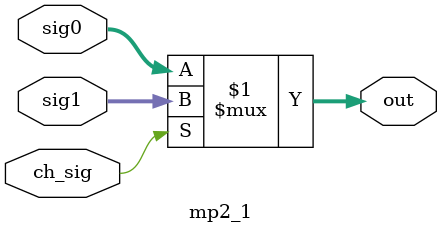
<source format=sv>
`timescale 1ns / 1ps


module mp2_1(
    input ch_sig,
    input [31:0] sig0,sig1,
    output [31:0] out
    );
    assign out = ch_sig ? sig1 : sig0;
endmodule

</source>
